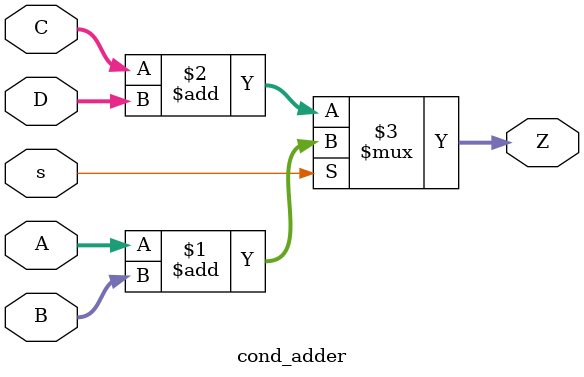
<source format=sv>
module cond_adder (
    input logic s,
    input logic [31:0] A,
    input logic [31:0] B,
    input logic [31:0] C,
    input logic [31:0] D,
    output logic [32:0] Z
);
  // your code here
  assign Z = s ? A+B : C+D;
endmodule : cond_adder

</source>
